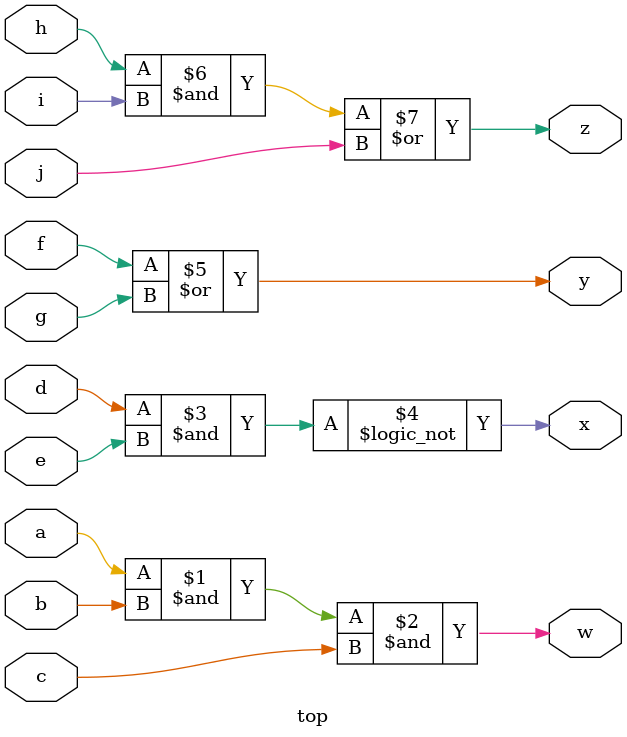
<source format=v>
module top (
    input a, b, c, d, e, f, g, h, i, j,
    output w, x, y, z
);

assign w = a & b & c;
assign x = !(d & e);
assign y = f | g;
assign z = (h & i) | (j);

endmodule

</source>
